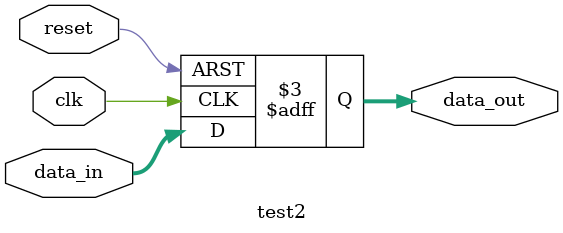
<source format=v>
`timescale 1ns/100ps // need to include timescale!

module test2(
	input clk,
	input reset,
	input [7:0] data_in,
	output reg [7:0] data_out
);

always@(posedge clk or negedge reset) begin
	if(!reset) data_out <= 8'b0; // on reset have the memory output all 0's
	else data_out <= data_in; 
end

endmodule

</source>
